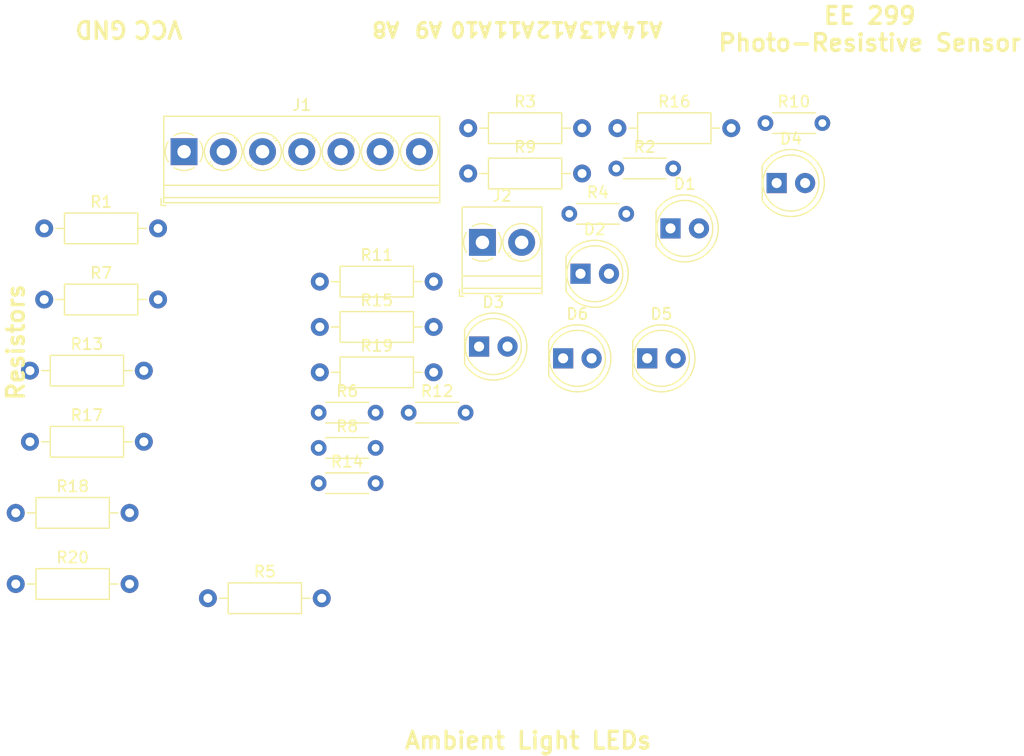
<source format=kicad_pcb>
(kicad_pcb (version 20211014) (generator pcbnew)
  (layers (0 "F.Cu" signal) (31 "B.Cu" signal) (34 "B.Paste" user) (35 "F.Paste" user) (36 "B.SilkS" user "B.Silkscreen") (37 "F.SilkS" user "F.Silkscreen") (38 "B.Mask" user) (39 "F.Mask" user) (44 "Edge.Cuts" user))
  (net 0 "")
  (net 1 "GND")
  (net 2 "Net-(D1-Pad2)")
  (net 3 "/A8")
  (net 4 "/A9")
  (net 5 "/A10")
  (net 6 "/A11")
  (net 7 "/A12")
  (net 8 "/A13")
  (net 9 "/A14")
  (net 10 "Net-(J2-Pad1)")
  (net 11 "Net-(R1-Pad1)")
  (net 12 "Net-(D2-Pad2)")
  (net 13 "Net-(D3-Pad2)")
  (net 14 "Net-(D4-Pad2)")
  (net 15 "Net-(D5-Pad2)")
  (net 16 "Net-(D6-Pad2)")
  (net 17 "Net-(R15-Pad1)")
  (footprint "Resistor_THT:R_Axial_DIN0207_L6.3mm_D2.5mm_P10.16mm_Horizontal" (layer "F.Cu") (at 132.08 72.39)
    (fp_text reference "R7" (at 5.08 -2.37) (layer "F.SilkS"))
    (fp_text value "10k")
    (fp_line (start 1.81 -1.37) (end 1.81 1.37) (layer "F.SilkS") (width 0.12))
    (fp_line (start 8.35 1.37) (end 8.35 -1.37) (layer "F.SilkS") (width 0.12))
    (fp_line (start 9.12 0) (end 8.35 0) (layer "F.SilkS") (width 0.12))
    (fp_line (start 1.81 1.37) (end 8.35 1.37) (layer "F.SilkS") (width 0.12))
    (fp_line (start 1.04 0) (end 1.81 0) (layer "F.SilkS") (width 0.12))
    (fp_line (start 8.35 -1.37) (end 1.81 -1.37) (layer "F.SilkS") (width 0.12))
    (pad "1" thru_hole circle (at 0 0) (size 1.6 1.6) (drill 0.8) (layers *.Cu *.Mask) (net 11 "Net-(R1-Pad1)"))
    (pad "2" thru_hole oval (at 10.16 0) (size 1.6 1.6) (drill 0.8) (layers *.Cu *.Mask) (net 6 "/A11"))
  )
  (footprint "LED_THT:LED_D5.0mm" (layer "F.Cu") (at 170.88 76.59)
    (fp_text reference "D3" (at 1.27 -3.96) (layer "F.SilkS"))
    (fp_text value "LED")
    (fp_line (start -1.29 -1.545) (end -1.29 1.545) (layer "F.SilkS") (width 0.12))
    (fp_arc (start -1.29 -1.54483) (mid 2.072002 -2.880433) (end 4.26 0.000462) (layer "F.SilkS") (width 0.12))
    (fp_arc (start 4.26 -0.000462) (mid 2.072002 2.880433) (end -1.29 1.54483) (layer "F.SilkS") (width 0.12))
    (fp_circle (center 1.27 0) (end 3.77 0) (layer "F.SilkS") (width 0.12) (fill none))
    (pad "1" thru_hole rect (at 0 0) (size 1.8 1.8) (drill 0.9) (layers *.Cu *.Mask) (net 1 "GND"))
    (pad "2" thru_hole circle (at 2.54 0) (size 1.8 1.8) (drill 0.9) (layers *.Cu *.Mask) (net 13 "Net-(D3-Pad2)"))
  )
  (footprint "Resistor_THT:R_Axial_DIN0204_L3.6mm_D1.6mm_P5.08mm_Horizontal" (layer "F.Cu") (at 183.12 60.69)
    (fp_text reference "R2" (at 2.54 -1.92) (layer "F.SilkS"))
    (fp_text value "R_PHOTO")
    (fp_line (start 0.62 0.92) (end 4.46 0.92) (layer "F.SilkS") (width 0.12))
    (fp_line (start 0.62 -0.92) (end 4.46 -0.92) (layer "F.SilkS") (width 0.12))
    (pad "1" thru_hole circle (at 0 0) (size 1.4 1.4) (drill 0.7) (layers *.Cu *.Mask) (net 3 "/A8"))
    (pad "2" thru_hole oval (at 5.08 0) (size 1.4 1.4) (drill 0.7) (layers *.Cu *.Mask) (net 1 "GND"))
  )
  (footprint "TerminalBlock_Phoenix:TerminalBlock_Phoenix_PT-1,5-2-3.5-H_1x02_P3.50mm_Horizontal" (layer "F.Cu") (at 171.18 67.29)
    (fp_text reference "J2" (at 1.75 -4.16) (layer "F.SilkS"))
    (fp_text value "Screw_Terminal_01x02")
    (fp_line (start -2.05 4.8) (end -1.65 4.8) (layer "F.SilkS") (width 0.12))
    (fp_line (start -1.81 -3.16) (end -1.81 4.56) (layer "F.SilkS") (width 0.12))
    (fp_line (start -2.05 4.16) (end -2.05 4.8) (layer "F.SilkS") (width 0.12))
    (fp_line (start 4.775 -1.069) (end 4.646 -0.941) (layer "F.SilkS") (width 0.12))
    (fp_line (start 4.57 -1.275) (end 4.476 -1.181) (layer "F.SilkS") (width 0.12))
    (fp_line (start 2.525 1.181) (end 2.431 1.274) (layer "F.SilkS") (width 0.12))
    (fp_line (start 2.355 0.941) (end 2.226 1.069) (layer "F.SilkS") (width 0.12))
    (fp_line (start -1.81 4.1) (end 5.31 4.1) (layer "F.SilkS") (width 0.12))
    (fp_line (start -1.81 -3.16) (end 5.31 -3.16) (layer "F.SilkS") (width 0.12))
    (fp_line (start -1.81 3) (end 5.31 3) (layer "F.SilkS") (width 0.12))
    (fp_line (start 5.31 -3.16) (end 5.31 4.56) (layer "F.SilkS") (width 0.12))
    (fp_line (start -1.81 4.56) (end 5.31 4.56) (layer "F.SilkS") (width 0.12))
    (fp_arc (start 1.425504 -0.890193) (mid 1.680626 0.000476) (end 1.425 0.891) (layer "F.SilkS") (width 0.12))
    (fp_arc (start 0.890264 1.424721) (mid 0.463071 1.61492) (end 0 1.68) (layer "F.SilkS") (width 0.12))
    (fp_arc (start 0.028674 1.680099) (mid -0.435535 1.622918) (end -0.866 1.44) (layer "F.SilkS") (width 0.12))
    (fp_arc (start -1.425358 0.889894) (mid -1.680286 0.014012) (end -1.44 -0.866) (layer "F.SilkS") (width 0.12))
    (fp_arc (start -0.889894 -1.425358) (mid -0.014012 -1.680286) (end 0.866 -1.44) (layer "F.SilkS") (width 0.12))
    (fp_circle (center 3.5 0) (end 5.18 0) (layer "F.SilkS") (width 0.12) (fill none))
    (pad "1" thru_hole rect (at 0 0) (size 2.4 2.4) (drill 1.2) (layers *.Cu *.Mask) (net 10 "Net-(J2-Pad1)"))
    (pad "2" thru_hole circle (at 3.5 0) (size 2.4 2.4) (drill 1.2) (layers *.Cu *.Mask) (net 1 "GND"))
  )
  (footprint "Resistor_THT:R_Axial_DIN0204_L3.6mm_D1.6mm_P5.08mm_Horizontal" (layer "F.Cu") (at 164.6 82.49)
    (fp_text reference "R12" (at 2.54 -1.92) (layer "F.SilkS"))
    (fp_text value "R_PHOTO")
    (fp_line (start 0.62 -0.92) (end 4.46 -0.92) (layer "F.SilkS") (width 0.12))
    (fp_line (start 0.62 0.92) (end 4.46 0.92) (layer "F.SilkS") (width 0.12))
    (pad "1" thru_hole circle (at 0 0) (size 1.4 1.4) (drill 0.7) (layers *.Cu *.Mask) (net 8 "/A13"))
    (pad "2" thru_hole oval (at 5.08 0) (size 1.4 1.4) (drill 0.7) (layers *.Cu *.Mask) (net 1 "GND"))
  )
  (footprint "Resistor_THT:R_Axial_DIN0207_L6.3mm_D2.5mm_P10.16mm_Horizontal" (layer "F.Cu") (at 132.08 66.04)
    (fp_text reference "R1" (at 5.08 -2.37) (layer "F.SilkS"))
    (fp_text value "10k")
    (fp_line (start 9.12 0) (end 8.35 0) (layer "F.SilkS") (width 0.12))
    (fp_line (start 1.81 1.37) (end 8.35 1.37) (layer "F.SilkS") (width 0.12))
    (fp_line (start 8.35 -1.37) (end 1.81 -1.37) (layer "F.SilkS") (width 0.12))
    (fp_line (start 1.04 0) (end 1.81 0) (layer "F.SilkS") (width 0.12))
    (fp_line (start 8.35 1.37) (end 8.35 -1.37) (layer "F.SilkS") (width 0.12))
    (fp_line (start 1.81 -1.37) (end 1.81 1.37) (layer "F.SilkS") (width 0.12))
    (pad "1" thru_hole circle (at 0 0) (size 1.6 1.6) (drill 0.8) (layers *.Cu *.Mask) (net 11 "Net-(R1-Pad1)"))
    (pad "2" thru_hole oval (at 10.16 0) (size 1.6 1.6) (drill 0.8) (layers *.Cu *.Mask) (net 3 "/A8"))
  )
  (footprint "Resistor_THT:R_Axial_DIN0207_L6.3mm_D2.5mm_P10.16mm_Horizontal" (layer "F.Cu") (at 156.67 78.89)
    (fp_text reference "R19" (at 5.08 -2.37) (layer "F.SilkS"))
    (fp_text value "330")
    (fp_line (start 8.35 -1.37) (end 1.81 -1.37) (layer "F.SilkS") (width 0.12))
    (fp_line (start 1.81 1.37) (end 8.35 1.37) (layer "F.SilkS") (width 0.12))
    (fp_line (start 9.12 0) (end 8.35 0) (layer "F.SilkS") (width 0.12))
    (fp_line (start 8.35 1.37) (end 8.35 -1.37) (layer "F.SilkS") (width 0.12))
    (fp_line (start 1.04 0) (end 1.81 0) (layer "F.SilkS") (width 0.12))
    (fp_line (start 1.81 -1.37) (end 1.81 1.37) (layer "F.SilkS") (width 0.12))
    (pad "1" thru_hole circle (at 0 0) (size 1.6 1.6) (drill 0.8) (layers *.Cu *.Mask) (net 17 "Net-(R15-Pad1)"))
    (pad "2" thru_hole oval (at 10.16 0) (size 1.6 1.6) (drill 0.8) (layers *.Cu *.Mask) (net 15 "Net-(D5-Pad2)"))
  )
  (footprint "LED_THT:LED_D5.0mm" (layer "F.Cu") (at 178.38 77.64)
    (fp_text reference "D6" (at 1.27 -3.96) (layer "F.SilkS"))
    (fp_text value "LED")
    (fp_line (start -1.29 -1.545) (end -1.29 1.545) (layer "F.SilkS") (width 0.12))
    (fp_arc (start -1.29 -1.54483) (mid 2.072002 -2.880433) (end 4.26 0.000462) (layer "F.SilkS") (width 0.12))
    (fp_arc (start 4.26 -0.000462) (mid 2.072002 2.880433) (end -1.29 1.54483) (layer "F.SilkS") (width 0.12))
    (fp_circle (center 1.27 0) (end 3.77 0) (layer "F.SilkS") (width 0.12) (fill none))
    (pad "1" thru_hole rect (at 0 0) (size 1.8 1.8) (drill 0.9) (layers *.Cu *.Mask) (net 1 "GND"))
    (pad "2" thru_hole circle (at 2.54 0) (size 1.8 1.8) (drill 0.9) (layers *.Cu *.Mask) (net 16 "Net-(D6-Pad2)"))
  )
  (footprint "Resistor_THT:R_Axial_DIN0207_L6.3mm_D2.5mm_P10.16mm_Horizontal" (layer "F.Cu") (at 146.685 99.06)
    (fp_text reference "R5" (at 5.08 -2.37) (layer "F.SilkS"))
    (fp_text value "10k")
    (fp_line (start 1.81 -1.37) (end 1.81 1.37) (layer "F.SilkS") (width 0.12))
    (fp_line (start 9.12 0) (end 8.35 0) (layer "F.SilkS") (width 0.12))
    (fp_line (start 8.35 -1.37) (end 1.81 -1.37) (layer "F.SilkS") (width 0.12))
    (fp_line (start 1.81 1.37) (end 8.35 1.37) (layer "F.SilkS") (width 0.12))
    (fp_line (start 1.04 0) (end 1.81 0) (layer "F.SilkS") (width 0.12))
    (fp_line (start 8.35 1.37) (end 8.35 -1.37) (layer "F.SilkS") (width 0.12))
    (pad "1" thru_hole circle (at 0 0) (size 1.6 1.6) (drill 0.8) (layers *.Cu *.Mask) (net 11 "Net-(R1-Pad1)"))
    (pad "2" thru_hole oval (at 10.16 0) (size 1.6 1.6) (drill 0.8) (layers *.Cu *.Mask) (net 5 "/A10"))
  )
  (footprint "Resistor_THT:R_Axial_DIN0207_L6.3mm_D2.5mm_P10.16mm_Horizontal" (layer "F.Cu") (at 183.22 57.09)
    (fp_text reference "R16" (at 5.08 -2.37) (layer "F.SilkS"))
    (fp_text value "330")
    (fp_line (start 1.04 0) (end 1.81 0) (layer "F.SilkS") (width 0.12))
    (fp_line (start 1.81 -1.37) (end 1.81 1.37) (layer "F.SilkS") (width 0.12))
    (fp_line (start 1.81 1.37) (end 8.35 1.37) (layer "F.SilkS") (width 0.12))
    (fp_line (start 8.35 -1.37) (end 1.81 -1.37) (layer "F.SilkS") (width 0.12))
    (fp_line (start 9.12 0) (end 8.35 0) (layer "F.SilkS") (width 0.12))
    (fp_line (start 8.35 1.37) (end 8.35 -1.37) (layer "F.SilkS") (width 0.12))
    (pad "1" thru_hole circle (at 0 0) (size 1.6 1.6) (drill 0.8) (layers *.Cu *.Mask) (net 17 "Net-(R15-Pad1)"))
    (pad "2" thru_hole oval (at 10.16 0) (size 1.6 1.6) (drill 0.8) (layers *.Cu *.Mask) (net 12 "Net-(D2-Pad2)"))
  )
  (footprint "LED_THT:LED_D5.0mm" (layer "F.Cu") (at 187.96 66.04)
    (fp_text reference "D1" (at 1.27 -3.96) (layer "F.SilkS"))
    (fp_text value "LED")
    (fp_line (start -1.29 -1.545) (end -1.29 1.545) (layer "F.SilkS") (width 0.12))
    (fp_arc (start 4.26 -0.000462) (mid 2.072002 2.880433) (end -1.29 1.54483) (layer "F.SilkS") (width 0.12))
    (fp_arc (start -1.29 -1.54483) (mid 2.072002 -2.880433) (end 4.26 0.000462) (layer "F.SilkS") (width 0.12))
    (fp_circle (center 1.27 0) (end 3.77 0) (layer "F.SilkS") (width 0.12) (fill none))
    (pad "1" thru_hole rect (at 0 0) (size 1.8 1.8) (drill 0.9) (layers *.Cu *.Mask) (net 1 "GND"))
    (pad "2" thru_hole circle (at 2.54 0) (size 1.8 1.8) (drill 0.9) (layers *.Cu *.Mask) (net 2 "Net-(D1-Pad2)"))
  )
  (footprint "Resistor_THT:R_Axial_DIN0207_L6.3mm_D2.5mm_P10.16mm_Horizontal" (layer "F.Cu") (at 130.81 85.09)
    (fp_text reference "R17" (at 5.08 -2.37) (layer "F.SilkS"))
    (fp_text value "330")
    (fp_line (start 1.81 -1.37) (end 1.81 1.37) (layer "F.SilkS") (width 0.12))
    (fp_line (start 8.35 1.37) (end 8.35 -1.37) (layer "F.SilkS") (width 0.12))
    (fp_line (start 9.12 0) (end 8.35 0) (layer "F.SilkS") (width 0.12))
    (fp_line (start 8.35 -1.37) (end 1.81 -1.37) (layer "F.SilkS") (width 0.12))
    (fp_line (start 1.04 0) (end 1.81 0) (layer "F.SilkS") (width 0.12))
    (fp_line (start 1.81 1.37) (end 8.35 1.37) (layer "F.SilkS") (width 0.12))
    (pad "1" thru_hole circle (at 0 0) (size 1.6 1.6) (drill 0.8) (layers *.Cu *.Mask) (net 17 "Net-(R15-Pad1)"))
    (pad "2" thru_hole oval (at 10.16 0) (size 1.6 1.6) (drill 0.8) (layers *.Cu *.Mask) (net 13 "Net-(D3-Pad2)"))
  )
  (footprint "TerminalBlock_Phoenix:TerminalBlock_Phoenix_PT-1,5-7-3.5-H_1x07_P3.50mm_Horizontal" (layer "F.Cu") (at 144.56 59.19)
    (fp_text reference "J1" (at 10.5 -4.16) (layer "F.SilkS"))
    (fp_text value "Screw_Terminal_01x07")
    (fp_line (start 22.81 -3.16) (end 22.81 4.56) (layer "F.SilkS") (width 0.12))
    (fp_line (start 9.525 1.181) (end 9.431 1.274) (layer "F.SilkS") (width 0.12))
    (fp_line (start 15.07 -1.275) (end 14.976 -1.181) (layer "F.SilkS") (width 0.12))
    (fp_line (start -1.81 -3.16) (end -1.81 4.56) (layer "F.SilkS") (width 0.12))
    (fp_line (start 16.355 0.941) (end 16.226 1.069) (layer "F.SilkS") (width 0.12))
    (fp_line (start 18.775 -1.069) (end 18.646 -0.941) (layer "F.SilkS") (width 0.12))
    (fp_line (start 8.07 -1.275) (end 7.976 -1.181) (layer "F.SilkS") (width 0.12))
    (fp_line (start -1.81 -3.16) (end 22.81 -3.16) (layer "F.SilkS") (width 0.12))
    (fp_line (start 22.07 -1.275) (end 21.976 -1.181) (layer "F.SilkS") (width 0.12))
    (fp_line (start 12.855 0.941) (end 12.726 1.069) (layer "F.SilkS") (width 0.12))
    (fp_line (start 13.025 1.181) (end 12.931 1.274) (layer "F.SilkS") (width 0.12))
    (fp_line (start 9.355 0.941) (end 9.226 1.069) (layer "F.SilkS") (width 0.12))
    (fp_line (start 22.275 -1.069) (end 22.146 -0.941) (layer "F.SilkS") (width 0.12))
    (fp_line (start 20.025 1.181) (end 19.931 1.274) (layer "F.SilkS") (width 0.12))
    (fp_line (start 2.355 0.941) (end 2.226 1.069) (layer "F.SilkS") (width 0.12))
    (fp_line (start 6.025 1.181) (end 5.931 1.274) (layer "F.SilkS") (width 0.12))
    (fp_line (start -2.05 4.16) (end -2.05 4.8) (layer "F.SilkS") (width 0.12))
    (fp_line (start 8.275 -1.069) (end 8.146 -0.941) (layer "F.SilkS") (width 0.12))
    (fp_line (start -1.81 3) (end 22.81 3) (layer "F.SilkS") (width 0.12))
    (fp_line (start -1.81 4.56) (end 22.81 4.56) (layer "F.SilkS") (width 0.12))
    (fp_line (start 19.855 0.941) (end 19.726 1.069) (layer "F.SilkS") (width 0.12))
    (fp_line (start 4.57 -1.275) (end 4.476 -1.181) (layer "F.SilkS") (width 0.12))
    (fp_line (start 16.525 1.181) (end 16.431 1.274) (layer "F.SilkS") (width 0.12))
    (fp_line (start 4.775 -1.069) (end 4.646 -0.941) (layer "F.SilkS") (width 0.12))
    (fp_line (start 5.855 0.941) (end 5.726 1.069) (layer "F.SilkS") (width 0.12))
    (fp_line (start 18.57 -1.275) (end 18.476 -1.181) (layer "F.SilkS") (width 0.12))
    (fp_line (start 11.775 -1.069) (end 11.646 -0.941) (layer "F.SilkS") (width 0.12))
    (fp_line (start 11.57 -1.275) (end 11.476 -1.181) (layer "F.SilkS") (width 0.12))
    (fp_line (start 15.275 -1.069) (end 15.146 -0.941) (layer "F.SilkS") (width 0.12))
    (fp_line (start 2.525 1.181) (end 2.431 1.274) (layer "F.SilkS") (width 0.12))
    (fp_line (start -1.81 4.1) (end 22.81 4.1) (layer "F.SilkS") (width 0.12))
    (fp_line (start -2.05 4.8) (end -1.65 4.8) (layer "F.SilkS") (width 0.12))
    (fp_arc (start 0.890264 1.424721) (mid 0.463071 1.61492) (end 0 1.68) (layer "F.SilkS") (width 0.12))
    (fp_arc (start 0.028674 1.680099) (mid -0.435535 1.622918) (end -0.866 1.44) (layer "F.SilkS") (width 0.12))
    (fp_arc (start -1.425358 0.889894) (mid -1.680286 0.014012) (end -1.44 -0.866) (layer "F.SilkS") (width 0.12))
    (fp_arc (start 1.425504 -0.890193) (mid 1.680626 0.000476) (end 1.425 0.891) (layer "F.SilkS") (width 0.12))
    (fp_arc (start -0.889894 -1.425358) (mid -0.014012 -1.680286) (end 0.866 -1.44) (layer "F.SilkS") (width 0.12))
    (fp_circle (center 17.5 0) (end 19.18 0) (layer "F.SilkS") (width 0.12) (fill none))
    (fp_circle (center 3.5 0) (end 5.18 0) (layer "F.SilkS") (width 0.12) (fill none))
    (fp_circle (center 7 0) (end 8.68 0) (layer "F.SilkS") (width 0.12) (fill none))
    (fp_circle (center 21 0) (end 22.68 0) (layer "F.SilkS") (width 0.12) (fill none))
    (fp_circle (center 10.5 0) (end 12.18 0) (layer "F.SilkS") (width 0.12) (fill none))
    (fp_circle (center 14 0) (end 15.68 0) (layer "F.SilkS") (width 0.12) (fill none))
    (pad "1" thru_hole rect (at 0 0) (size 2.4 2.4) (drill 1.2) (layers *.Cu *.Mask) (net 3 "/A8"))
    (pad "2" thru_hole circle (at 3.5 0) (size 2.4 2.4) (drill 1.2) (layers *.Cu *.Mask) (net 4 "/A9"))
    (pad "3" thru_hole circle (at 7 0) (size 2.4 2.4) (drill 1.2) (layers *.Cu *.Mask) (net 5 "/A10"))
    (pad "4" thru_hole circle (at 10.5 0) (size 2.4 2.4) (drill 1.2) (layers *.Cu *.Mask) (net 6 "/A11"))
    (pad "5" thru_hole circle (at 14 0) (size 2.4 2.4) (drill 1.2) (layers *.Cu *.Mask) (net 7 "/A12"))
    (pad "6" thru_hole circle (at 17.5 0) (size 2.4 2.4) (drill 1.2) (layers *.Cu *.Mask) (net 8 "/A13"))
    (pad "7" thru_hole circle (at 21 0) (size 2.4 2.4) (drill 1.2) (layers *.Cu *.Mask) (net 9 "/A14"))
  )
  (footprint "Resistor_THT:R_Axial_DIN0207_L6.3mm_D2.5mm_P10.16mm_Horizontal" (layer "F.Cu") (at 156.67 70.79)
    (fp_text reference "R11" (at 5.08 -2.37) (layer "F.SilkS"))
    (fp_text value "10k")
    (fp_line (start 8.35 -1.37) (end 1.81 -1.37) (layer "F.SilkS") (width 0.12))
    (fp_line (start 1.81 1.37) (end 8.35 1.37) (layer "F.SilkS") (width 0.12))
    (fp_line (start 9.12 0) (end 8.35 0) (layer "F.SilkS") (width 0.12))
    (fp_line (start 8.35 1.37) (end 8.35 -1.37) (layer "F.SilkS") (width 0.12))
    (fp_line (start 1.81 -1.37) (end 1.81 1.37) (layer "F.SilkS") (width 0.12))
    (fp_line (start 1.04 0) (end 1.81 0) (layer "F.SilkS") (width 0.12))
    (pad "1" thru_hole circle (at 0 0) (size 1.6 1.6) (drill 0.8) (layers *.Cu *.Mask) (net 11 "Net-(R1-Pad1)"))
    (pad "2" thru_hole oval (at 10.16 0) (size 1.6 1.6) (drill 0.8) (layers *.Cu *.Mask) (net 8 "/A13"))
  )
  (footprint "LED_THT:LED_D5.0mm" (layer "F.Cu") (at 197.43 61.99)
    (fp_text reference "D4" (at 1.27 -3.96) (layer "F.SilkS"))
    (fp_text value "LED")
    (fp_line (start -1.29 -1.545) (end -1.29 1.545) (layer "F.SilkS") (width 0.12))
    (fp_arc (start -1.29 -1.54483) (mid 2.072002 -2.880433) (end 4.26 0.000462) (layer "F.SilkS") (width 0.12))
    (fp_arc (start 4.26 -0.000462) (mid 2.072002 2.880433) (end -1.29 1.54483) (layer "F.SilkS") (width 0.12))
    (fp_circle (center 1.27 0) (end 3.77 0) (layer "F.SilkS") (width 0.12) (fill none))
    (pad "1" thru_hole rect (at 0 0) (size 1.8 1.8) (drill 0.9) (layers *.Cu *.Mask) (net 1 "GND"))
    (pad "2" thru_hole circle (at 2.54 0) (size 1.8 1.8) (drill 0.9) (layers *.Cu *.Mask) (net 14 "Net-(D4-Pad2)"))
  )
  (footprint "LED_THT:LED_D5.0mm" (layer "F.Cu") (at 185.88 77.64)
    (fp_text reference "D5" (at 1.27 -3.96) (layer "F.SilkS"))
    (fp_text value "LED")
    (fp_line (start -1.29 -1.545) (end -1.29 1.545) (layer "F.SilkS") (width 0.12))
    (fp_arc (start 4.26 -0.000462) (mid 2.072002 2.880433) (end -1.29 1.54483) (layer "F.SilkS") (width 0.12))
    (fp_arc (start -1.29 -1.54483) (mid 2.072002 -2.880433) (end 4.26 0.000462) (layer "F.SilkS") (width 0.12))
    (fp_circle (center 1.27 0) (end 3.77 0) (layer "F.SilkS") (width 0.12) (fill none))
    (pad "1" thru_hole rect (at 0 0) (size 1.8 1.8) (drill 0.9) (layers *.Cu *.Mask) (net 1 "GND"))
    (pad "2" thru_hole circle (at 2.54 0) (size 1.8 1.8) (drill 0.9) (layers *.Cu *.Mask) (net 15 "Net-(D5-Pad2)"))
  )
  (footprint "Resistor_THT:R_Axial_DIN0204_L3.6mm_D1.6mm_P5.08mm_Horizontal" (layer "F.Cu") (at 156.57 88.79)
    (fp_text reference "R14" (at 2.54 -1.92) (layer "F.SilkS"))
    (fp_text value "R_PHOTO")
    (fp_line (start 0.62 0.92) (end 4.46 0.92) (layer "F.SilkS") (width 0.12))
    (fp_line (start 0.62 -0.92) (end 4.46 -0.92) (layer "F.SilkS") (width 0.12))
    (pad "1" thru_hole circle (at 0 0) (size 1.4 1.4) (drill 0.7) (layers *.Cu *.Mask) (net 9 "/A14"))
    (pad "2" thru_hole oval (at 5.08 0) (size 1.4 1.4) (drill 0.7) (layers *.Cu *.Mask) (net 1 "GND"))
  )
  (footprint "Resistor_THT:R_Axial_DIN0207_L6.3mm_D2.5mm_P10.16mm_Horizontal" (layer "F.Cu") (at 129.54 91.44)
    (fp_text reference "R18" (at 5.08 -2.37) (layer "F.SilkS"))
    (fp_text value "330")
    (fp_line (start 8.35 -1.37) (end 1.81 -1.37) (layer "F.SilkS") (width 0.12))
    (fp_line (start 1.04 0) (end 1.81 0) (layer "F.SilkS") (width 0.12))
    (fp_line (start 1.81 -1.37) (end 1.81 1.37) (layer "F.SilkS") (width 0.12))
    (fp_line (start 1.81 1.37) (end 8.35 1.37) (layer "F.SilkS") (width 0.12))
    (fp_line (start 8.35 1.37) (end 8.35 -1.37) (layer "F.SilkS") (width 0.12))
    (fp_line (start 9.12 0) (end 8.35 0) (layer "F.SilkS") (width 0.12))
    (pad "1" thru_hole circle (at 0 0) (size 1.6 1.6) (drill 0.8) (layers *.Cu *.Mask) (net 17 "Net-(R15-Pad1)"))
    (pad "2" thru_hole oval (at 10.16 0) (size 1.6 1.6) (drill 0.8) (layers *.Cu *.Mask) (net 14 "Net-(D4-Pad2)"))
  )
  (footprint "Resistor_THT:R_Axial_DIN0204_L3.6mm_D1.6mm_P5.08mm_Horizontal" (layer "F.Cu") (at 156.57 85.64)
    (fp_text reference "R8" (at 2.54 -1.92) (layer "F.SilkS"))
    (fp_text value "R_PHOTO")
    (fp_line (start 0.62 0.92) (end 4.46 0.92) (layer "F.SilkS") (width 0.12))
    (fp_line (start 0.62 -0.92) (end 4.46 -0.92) (layer "F.SilkS") (width 0.12))
    (pad "1" thru_hole circle (at 0 0) (size 1.4 1.4) (drill 0.7) (layers *.Cu *.Mask) (net 6 "/A11"))
    (pad "2" thru_hole oval (at 5.08 0) (size 1.4 1.4) (drill 0.7) (layers *.Cu *.Mask) (net 1 "GND"))
  )
  (footprint "Resistor_THT:R_Axial_DIN0204_L3.6mm_D1.6mm_P5.08mm_Horizontal" (layer "F.Cu") (at 156.57 82.49)
    (fp_text reference "R6" (at 2.54 -1.92) (layer "F.SilkS"))
    (fp_text value "R_PHOTO")
    (fp_line (start 0.62 0.92) (end 4.46 0.92) (layer "F.SilkS") (width 0.12))
    (fp_line (start 0.62 -0.92) (end 4.46 -0.92) (layer "F.SilkS") (width 0.12))
    (pad "1" thru_hole circle (at 0 0) (size 1.4 1.4) (drill 0.7) (layers *.Cu *.Mask) (net 5 "/A10"))
    (pad "2" thru_hole oval (at 5.08 0) (size 1.4 1.4) (drill 0.7) (layers *.Cu *.Mask) (net 1 "GND"))
  )
  (footprint "Resistor_THT:R_Axial_DIN0207_L6.3mm_D2.5mm_P10.16mm_Horizontal" (layer "F.Cu") (at 169.91 61.14)
    (fp_text reference "R9" (at 5.08 -2.37) (layer "F.SilkS"))
    (fp_text value "10k")
    (fp_line (start 1.81 1.37) (end 8.35 1.37) (layer "F.SilkS") (width 0.12))
    (fp_line (start 1.81 -1.37) (end 1.81 1.37) (layer "F.SilkS") (width 0.12))
    (fp_line (start 8.35 1.37) (end 8.35 -1.37) (layer "F.SilkS") (width 0.12))
    (fp_line (start 1.04 0) (end 1.81 0) (layer "F.SilkS") (width 0.12))
    (fp_line (start 8.35 -1.37) (end 1.81 -1.37) (layer "F.SilkS") (width 0.12))
    (fp_line (start 9.12 0) (end 8.35 0) (layer "F.SilkS") (width 0.12))
    (pad "1" thru_hole circle (at 0 0) (size 1.6 1.6) (drill 0.8) (layers *.Cu *.Mask) (net 11 "Net-(R1-Pad1)"))
    (pad "2" thru_hole oval (at 10.16 0) (size 1.6 1.6) (drill 0.8) (layers *.Cu *.Mask) (net 7 "/A12"))
  )
  (footprint "Resistor_THT:R_Axial_DIN0207_L6.3mm_D2.5mm_P10.16mm_Horizontal" (layer "F.Cu") (at 129.54 97.79)
    (fp_text reference "R20" (at 5.08 -2.37) (layer "F.SilkS"))
    (fp_text value "330")
    (fp_line (start 1.81 1.37) (end 8.35 1.37) (layer "F.SilkS") (width 0.12))
    (fp_line (start 9.12 0) (end 8.35 0) (layer "F.SilkS") (width 0.12))
    (fp_line (start 8.35 -1.37) (end 1.81 -1.37) (layer "F.SilkS") (width 0.12))
    (fp_line (start 8.35 1.37) (end 8.35 -1.37) (layer "F.SilkS") (width 0.12))
    (fp_line (start 1.04 0) (end 1.81 0) (layer "F.SilkS") (width 0.12))
    (fp_line (start 1.81 -1.37) (end 1.81 1.37) (layer "F.SilkS") (width 0.12))
    (pad "1" thru_hole circle (at 0 0) (size 1.6 1.6) (drill 0.8) (layers *.Cu *.Mask) (net 17 "Net-(R15-Pad1)"))
    (pad "2" thru_hole oval (at 10.16 0) (size 1.6 1.6) (drill 0.8) (layers *.Cu *.Mask) (net 16 "Net-(D6-Pad2)"))
  )
  (footprint "Resistor_THT:R_Axial_DIN0204_L3.6mm_D1.6mm_P5.08mm_Horizontal" (layer "F.Cu") (at 196.43 56.64)
    (fp_text reference "R10" (at 2.54 -1.92) (layer "F.SilkS"))
    (fp_text value "R_PHOTO")
    (fp_line (start 0.62 0.92) (end 4.46 0.92) (layer "F.SilkS") (width 0.12))
    (fp_line (start 0.62 -0.92) (end 4.46 -0.92) (layer "F.SilkS") (width 0.12))
    (pad "1" thru_hole circle (at 0 0) (size 1.4 1.4) (drill 0.7) (layers *.Cu *.Mask) (net 7 "/A12"))
    (pad "2" thru_hole oval (at 5.08 0) (size 1.4 1.4) (drill 0.7) (layers *.Cu *.Mask) (net 1 "GND"))
  )
  (footprint "LED_THT:LED_D5.0mm" (layer "F.Cu") (at 179.93 70.09)
    (fp_text reference "D2" (at 1.27 -3.96) (layer "F.SilkS"))
    (fp_text value "LED")
    (fp_line (start -1.29 -1.545) (end -1.29 1.545) (layer "F.SilkS") (width 0.12))
    (fp_arc (start 4.26 -0.000462) (mid 2.072002 2.880433) (end -1.29 1.54483) (layer "F.SilkS") (width 0.12))
    (fp_arc (start -1.29 -1.54483) (mid 2.072002 -2.880433) (end 4.26 0.000462) (layer "F.SilkS") (width 0.12))
    (fp_circle (center 1.27 0) (end 3.77 0) (layer "F.SilkS") (width 0.12) (fill none))
    (pad "1" thru_hole rect (at 0 0) (size 1.8 1.8) (drill 0.9) (layers *.Cu *.Mask) (net 1 "GND"))
    (pad "2" thru_hole circle (at 2.54 0) (size 1.8 1.8) (drill 0.9) (layers *.Cu *.Mask) (net 12 "Net-(D2-Pad2)"))
  )
  (footprint "Resistor_THT:R_Axial_DIN0207_L6.3mm_D2.5mm_P10.16mm_Horizontal" (layer "F.Cu") (at 169.91 57.09)
    (fp_text reference "R3" (at 5.08 -2.37) (layer "F.SilkS"))
    (fp_text value "10k")
    (fp_line (start 1.81 1.37) (end 8.35 1.37) (layer "F.SilkS") (width 0.12))
    (fp_line (start 9.12 0) (end 8.35 0) (layer "F.SilkS") (width 0.12))
    (fp_line (start 1.04 0) (end 1.81 0) (layer "F.SilkS") (width 0.12))
    (fp_line (start 1.81 -1.37) (end 1.81 1.37) (layer "F.SilkS") (width 0.12))
    (fp_line (start 8.35 -1.37) (end 1.81 -1.37) (layer "F.SilkS") (width 0.12))
    (fp_line (start 8.35 1.37) (end 8.35 -1.37) (layer "F.SilkS") (width 0.12))
    (pad "1" thru_hole circle (at 0 0) (size 1.6 1.6) (drill 0.8) (layers *.Cu *.Mask) (net 11 "Net-(R1-Pad1)"))
    (pad "2" thru_hole oval (at 10.16 0) (size 1.6 1.6) (drill 0.8) (layers *.Cu *.Mask) (net 4 "/A9"))
  )
  (footprint "Resistor_THT:R_Axial_DIN0207_L6.3mm_D2.5mm_P10.16mm_Horizontal" (layer "F.Cu") (at 156.67 74.84)
    (fp_text reference "R15" (at 5.08 -2.37) (layer "F.SilkS"))
    (fp_text value "330")
    (fp_line (start 1.04 0) (end 1.81 0) (layer "F.SilkS") (width 0.12))
    (fp_line (start 8.35 1.37) (end 8.35 -1.37) (layer "F.SilkS") (width 0.12))
    (fp_line (start 9.12 0) (end 8.35 0) (layer "F.SilkS") (width 0.12))
    (fp_line (start 1.81 1.37) (end 8.35 1.37) (layer "F.SilkS") (width 0.12))
    (fp_line (start 1.81 -1.37) (end 1.81 1.37) (layer "F.SilkS") (width 0.12))
    (fp_line (start 8.35 -1.37) (end 1.81 -1.37) (layer "F.SilkS") (width 0.12))
    (pad "1" thru_hole circle (at 0 0) (size 1.6 1.6) (drill 0.8) (layers *.Cu *.Mask) (net 17 "Net-(R15-Pad1)"))
    (pad "2" thru_hole oval (at 10.16 0) (size 1.6 1.6) (drill 0.8) (layers *.Cu *.Mask) (net 2 "Net-(D1-Pad2)"))
  )
  (footprint "Resistor_THT:R_Axial_DIN0207_L6.3mm_D2.5mm_P10.16mm_Horizontal" (layer "F.Cu") (at 130.81 78.74)
    (fp_text reference "R13" (at 5.08 -2.37) (layer "F.SilkS"))
    (fp_text value "10k")
    (fp_line (start 1.04 0) (end 1.81 0) (layer "F.SilkS") (width 0.12))
    (fp_line (start 8.35 1.37) (end 8.35 -1.37) (layer "F.SilkS") (width 0.12))
    (fp_line (start 1.81 -1.37) (end 1.81 1.37) (layer "F.SilkS") (width 0.12))
    (fp_line (start 9.12 0) (end 8.35 0) (layer "F.SilkS") (width 0.12))
    (fp_line (start 8.35 -1.37) (end 1.81 -1.37) (layer "F.SilkS") (width 0.12))
    (fp_line (start 1.81 1.37) (end 8.35 1.37) (layer "F.SilkS") (width 0.12))
    (pad "1" thru_hole circle (at 0 0) (size 1.6 1.6) (drill 0.8) (layers *.Cu *.Mask) (net 11 "Net-(R1-Pad1)"))
    (pad "2" thru_hole oval (at 10.16 0) (size 1.6 1.6) (drill 0.8) (layers *.Cu *.Mask) (net 9 "/A14"))
  )
  (footprint "Resistor_THT:R_Axial_DIN0204_L3.6mm_D1.6mm_P5.08mm_Horizontal" (layer "F.Cu") (at 178.93 64.74)
    (fp_text reference "R4" (at 2.54 -1.92) (layer "F.SilkS"))
    (fp_text value "R_PHOTO")
    (fp_line (start 0.62 0.92) (end 4.46 0.92) (layer "F.SilkS") (width 0.12))
    (fp_line (start 0.62 -0.92) (end 4.46 -0.92) (layer "F.SilkS") (width 0.12))
    (pad "1" thru_hole circle (at 0 0) (size 1.4 1.4) (drill 0.7) (layers *.Cu *.Mask) (net 4 "/A9"))
    (pad "2" thru_hole oval (at 5.08 0) (size 1.4 1.4) (drill 0.7) (layers *.Cu *.Mask) (net 1 "GND"))
  )
  (gr_text "VCC" (at 142.24 48.26 180) (layer "F.SilkS") (effects (font (size 1.5 1.5) (thickness 0.3))))
  (gr_text "Resistors\n" (at 129.54 76.2 90) (layer "F.SilkS") (effects (font (size 1.5 1.5) (thickness 0.3))))
  (gr_text "GND" (at 137.16 48.26 180) (layer "F.SilkS") (effects (font (size 1.5 1.5) (thickness 0.3))))
  (gr_text "A9" (at 166.37 48.26 180) (layer "F.SilkS") (effects (font (size 1.3 1.3) (thickness 0.3))))
  (gr_text "A13" (at 181.61 48.26 180) (layer "F.SilkS") (effects (font (size 1.3 1.3) (thickness 0.3))))
  (gr_text "EE 299\nPhoto-Resistive Sensor" (at 205.74 48.26) (layer "F.SilkS") (effects (font (size 1.5 1.5) (thickness 0.3))))
  (gr_text "Ambient Light LEDs\n" (at 175.26 111.76) (layer "F.SilkS") (effects (font (size 1.5 1.5) (thickness 0.3))))
  (gr_text "A10" (at 170.18 48.26 180) (layer "F.SilkS") (effects (font (size 1.3 1.3) (thickness 0.3))))
  (gr_text "A12" (at 177.8 48.26 180) (layer "F.SilkS") (effects (font (size 1.3 1.3) (thickness 0.3))))
  (gr_text "A11" (at 173.99 48.26 180) (layer "F.SilkS") (effects (font (size 1.3 1.3) (thickness 0.3))))
  (gr_text "A14" (at 185.42 48.26 180) (layer "F.SilkS") (effects (font (size 1.3 1.3) (thickness 0.3))))
  (gr_text "A8\n" (at 162.56 48.26 180) (layer "F.SilkS") (effects (font (size 1.3 1.3) (thickness 0.3))))
)
</source>
